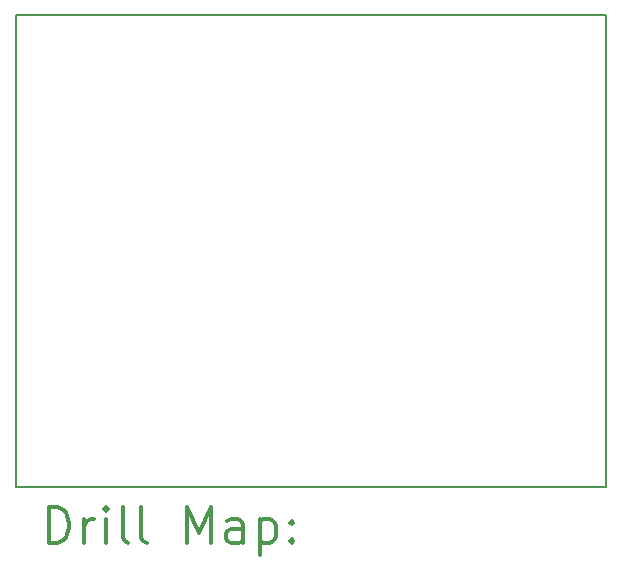
<source format=gbr>
%FSLAX45Y45*%
G04 Gerber Fmt 4.5, Leading zero omitted, Abs format (unit mm)*
G04 Created by KiCad (PCBNEW no-vcs-found) date Fri Oct  6 12:40:16 2017*
%MOMM*%
%LPD*%
G01*
G04 APERTURE LIST*
%ADD10C,0.150000*%
%ADD11C,0.200000*%
%ADD12C,0.300000*%
G04 APERTURE END LIST*
D10*
X15000000Y-14000000D02*
X15000000Y-10000000D01*
X10000000Y-14000000D02*
X15000000Y-14000000D01*
X10000000Y-10000000D02*
X10000000Y-14000000D01*
X10000000Y-10000000D02*
X15000000Y-10000000D01*
D11*
D12*
X10278928Y-14473214D02*
X10278928Y-14173214D01*
X10350357Y-14173214D01*
X10393214Y-14187500D01*
X10421786Y-14216071D01*
X10436071Y-14244643D01*
X10450357Y-14301786D01*
X10450357Y-14344643D01*
X10436071Y-14401786D01*
X10421786Y-14430357D01*
X10393214Y-14458929D01*
X10350357Y-14473214D01*
X10278928Y-14473214D01*
X10578928Y-14473214D02*
X10578928Y-14273214D01*
X10578928Y-14330357D02*
X10593214Y-14301786D01*
X10607500Y-14287500D01*
X10636071Y-14273214D01*
X10664643Y-14273214D01*
X10764643Y-14473214D02*
X10764643Y-14273214D01*
X10764643Y-14173214D02*
X10750357Y-14187500D01*
X10764643Y-14201786D01*
X10778928Y-14187500D01*
X10764643Y-14173214D01*
X10764643Y-14201786D01*
X10950357Y-14473214D02*
X10921786Y-14458929D01*
X10907500Y-14430357D01*
X10907500Y-14173214D01*
X11107500Y-14473214D02*
X11078928Y-14458929D01*
X11064643Y-14430357D01*
X11064643Y-14173214D01*
X11450357Y-14473214D02*
X11450357Y-14173214D01*
X11550357Y-14387500D01*
X11650357Y-14173214D01*
X11650357Y-14473214D01*
X11921786Y-14473214D02*
X11921786Y-14316071D01*
X11907500Y-14287500D01*
X11878928Y-14273214D01*
X11821786Y-14273214D01*
X11793214Y-14287500D01*
X11921786Y-14458929D02*
X11893214Y-14473214D01*
X11821786Y-14473214D01*
X11793214Y-14458929D01*
X11778928Y-14430357D01*
X11778928Y-14401786D01*
X11793214Y-14373214D01*
X11821786Y-14358929D01*
X11893214Y-14358929D01*
X11921786Y-14344643D01*
X12064643Y-14273214D02*
X12064643Y-14573214D01*
X12064643Y-14287500D02*
X12093214Y-14273214D01*
X12150357Y-14273214D01*
X12178928Y-14287500D01*
X12193214Y-14301786D01*
X12207500Y-14330357D01*
X12207500Y-14416071D01*
X12193214Y-14444643D01*
X12178928Y-14458929D01*
X12150357Y-14473214D01*
X12093214Y-14473214D01*
X12064643Y-14458929D01*
X12336071Y-14444643D02*
X12350357Y-14458929D01*
X12336071Y-14473214D01*
X12321786Y-14458929D01*
X12336071Y-14444643D01*
X12336071Y-14473214D01*
X12336071Y-14287500D02*
X12350357Y-14301786D01*
X12336071Y-14316071D01*
X12321786Y-14301786D01*
X12336071Y-14287500D01*
X12336071Y-14316071D01*
M02*

</source>
